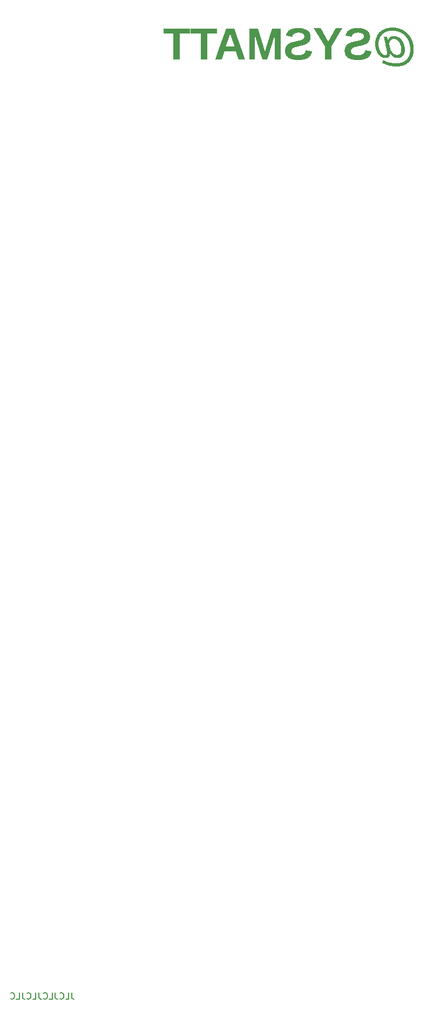
<source format=gbo>
G04 #@! TF.GenerationSoftware,KiCad,Pcbnew,7.0.10-1.fc39*
G04 #@! TF.CreationDate,2024-01-08T15:07:07-05:00*
G04 #@! TF.ProjectId,SYSMATT-WS2812-MATRIX-CARRIER-SPACER-PLATE-V2,5359534d-4154-4542-9d57-53323831322d,rev?*
G04 #@! TF.SameCoordinates,Original*
G04 #@! TF.FileFunction,Legend,Bot*
G04 #@! TF.FilePolarity,Positive*
%FSLAX46Y46*%
G04 Gerber Fmt 4.6, Leading zero omitted, Abs format (unit mm)*
G04 Created by KiCad (PCBNEW 7.0.10-1.fc39) date 2024-01-08 15:07:07*
%MOMM*%
%LPD*%
G01*
G04 APERTURE LIST*
%ADD10C,1.000000*%
%ADD11C,0.150000*%
G04 APERTURE END LIST*
D10*
G36*
X82668702Y-27168328D02*
G01*
X82727398Y-27169595D01*
X82785738Y-27171706D01*
X82843723Y-27174661D01*
X82901353Y-27178460D01*
X82958627Y-27183104D01*
X83015546Y-27188593D01*
X83072109Y-27194925D01*
X83128317Y-27202102D01*
X83184170Y-27210124D01*
X83239667Y-27218989D01*
X83294809Y-27228700D01*
X83349595Y-27239254D01*
X83404027Y-27250653D01*
X83458102Y-27262896D01*
X83511823Y-27275983D01*
X83565188Y-27289915D01*
X83618197Y-27304692D01*
X83670851Y-27320312D01*
X83723150Y-27336777D01*
X83775093Y-27354086D01*
X83826681Y-27372240D01*
X83877914Y-27391238D01*
X83928791Y-27411080D01*
X83979313Y-27431767D01*
X84029479Y-27453298D01*
X84079290Y-27475673D01*
X84128746Y-27498893D01*
X84177846Y-27522957D01*
X84226591Y-27547866D01*
X84274980Y-27573619D01*
X84323014Y-27600216D01*
X84370547Y-27627580D01*
X84417434Y-27655633D01*
X84463674Y-27684376D01*
X84509268Y-27713808D01*
X84554216Y-27743929D01*
X84598517Y-27774740D01*
X84642172Y-27806240D01*
X84685181Y-27838429D01*
X84727543Y-27871308D01*
X84769258Y-27904875D01*
X84810328Y-27939133D01*
X84850750Y-27974079D01*
X84890527Y-28009715D01*
X84929657Y-28046040D01*
X84968141Y-28083055D01*
X85005978Y-28120758D01*
X85043169Y-28159152D01*
X85079714Y-28198234D01*
X85115612Y-28238006D01*
X85150864Y-28278467D01*
X85185469Y-28319617D01*
X85219428Y-28361457D01*
X85252741Y-28403986D01*
X85285407Y-28447204D01*
X85317427Y-28491112D01*
X85348801Y-28535709D01*
X85379528Y-28580995D01*
X85409609Y-28626971D01*
X85439043Y-28673636D01*
X85467831Y-28720990D01*
X85495973Y-28769034D01*
X85523468Y-28817766D01*
X85550215Y-28866950D01*
X85576114Y-28916499D01*
X85601163Y-28966412D01*
X85625363Y-29016691D01*
X85648714Y-29067334D01*
X85671216Y-29118343D01*
X85692868Y-29169716D01*
X85713672Y-29221454D01*
X85733626Y-29273557D01*
X85752732Y-29326025D01*
X85770988Y-29378858D01*
X85788395Y-29432056D01*
X85804953Y-29485619D01*
X85820662Y-29539547D01*
X85835521Y-29593840D01*
X85849532Y-29648497D01*
X85862693Y-29703520D01*
X85875006Y-29758908D01*
X85886469Y-29814660D01*
X85897083Y-29870777D01*
X85906848Y-29927260D01*
X85915764Y-29984107D01*
X85923830Y-30041319D01*
X85931048Y-30098896D01*
X85937416Y-30156839D01*
X85942936Y-30215146D01*
X85947606Y-30273818D01*
X85951427Y-30332854D01*
X85954399Y-30392256D01*
X85956522Y-30452023D01*
X85957795Y-30512155D01*
X85958220Y-30572651D01*
X85957884Y-30622393D01*
X85956875Y-30671784D01*
X85952839Y-30769515D01*
X85946113Y-30865843D01*
X85936696Y-30960768D01*
X85924589Y-31054291D01*
X85909791Y-31146412D01*
X85892303Y-31237130D01*
X85872124Y-31326446D01*
X85849255Y-31414359D01*
X85823696Y-31500870D01*
X85795446Y-31585978D01*
X85764505Y-31669683D01*
X85730874Y-31751986D01*
X85694552Y-31832887D01*
X85655540Y-31912385D01*
X85613838Y-31990481D01*
X85569578Y-32066735D01*
X85523201Y-32140709D01*
X85474705Y-32212403D01*
X85424091Y-32281817D01*
X85371360Y-32348950D01*
X85316510Y-32413803D01*
X85259542Y-32476376D01*
X85200457Y-32536669D01*
X85139253Y-32594682D01*
X85075931Y-32650414D01*
X85010491Y-32703866D01*
X84942933Y-32755037D01*
X84873257Y-32803929D01*
X84801463Y-32850540D01*
X84727551Y-32894871D01*
X84651521Y-32936922D01*
X84612787Y-32957058D01*
X84534180Y-32995412D01*
X84454057Y-33031208D01*
X84372417Y-33064448D01*
X84289260Y-33095131D01*
X84204586Y-33123257D01*
X84118395Y-33148827D01*
X84030687Y-33171839D01*
X83941462Y-33192294D01*
X83850720Y-33210193D01*
X83758461Y-33225534D01*
X83664685Y-33238319D01*
X83569393Y-33248546D01*
X83472583Y-33256217D01*
X83423609Y-33259094D01*
X83374256Y-33261331D01*
X83324524Y-33262929D01*
X83274412Y-33263888D01*
X83223921Y-33264207D01*
X83151526Y-33263664D01*
X83079360Y-33262032D01*
X83007423Y-33259313D01*
X82935715Y-33255506D01*
X82864236Y-33250612D01*
X82792985Y-33244630D01*
X82721964Y-33237560D01*
X82651172Y-33229403D01*
X82580609Y-33220158D01*
X82510274Y-33209825D01*
X82440169Y-33198405D01*
X82370293Y-33185897D01*
X82300645Y-33172302D01*
X82231227Y-33157618D01*
X82162037Y-33141848D01*
X82093077Y-33124989D01*
X82023983Y-33106866D01*
X81954698Y-33087303D01*
X81885222Y-33066299D01*
X81815556Y-33043855D01*
X81745699Y-33019969D01*
X81675651Y-32994643D01*
X81605412Y-32967877D01*
X81534982Y-32939670D01*
X81464362Y-32910022D01*
X81393550Y-32878933D01*
X81322548Y-32846404D01*
X81251355Y-32812435D01*
X81179971Y-32777024D01*
X81108397Y-32740173D01*
X81036631Y-32701881D01*
X80964675Y-32662149D01*
X81177166Y-32248157D01*
X81240513Y-32280239D01*
X81303853Y-32311303D01*
X81367186Y-32341348D01*
X81430511Y-32370374D01*
X81493829Y-32398382D01*
X81557140Y-32425372D01*
X81620444Y-32451343D01*
X81683741Y-32476295D01*
X81747031Y-32500229D01*
X81810313Y-32523145D01*
X81873589Y-32545042D01*
X81936857Y-32565921D01*
X82000118Y-32585781D01*
X82063372Y-32604623D01*
X82126619Y-32622446D01*
X82189858Y-32639251D01*
X82253091Y-32655037D01*
X82316316Y-32669805D01*
X82379534Y-32683555D01*
X82442745Y-32696286D01*
X82505949Y-32707998D01*
X82569145Y-32718692D01*
X82632335Y-32728368D01*
X82695517Y-32737025D01*
X82758692Y-32744663D01*
X82821860Y-32751283D01*
X82885021Y-32756885D01*
X82948175Y-32761468D01*
X83011322Y-32765033D01*
X83074461Y-32767579D01*
X83137593Y-32769106D01*
X83200718Y-32769616D01*
X83283246Y-32768604D01*
X83364437Y-32765570D01*
X83444293Y-32760514D01*
X83522814Y-32753435D01*
X83599998Y-32744333D01*
X83675847Y-32733208D01*
X83750360Y-32720061D01*
X83823538Y-32704891D01*
X83895379Y-32687699D01*
X83965885Y-32668484D01*
X84035056Y-32647246D01*
X84102890Y-32623986D01*
X84169389Y-32598703D01*
X84234552Y-32571397D01*
X84298380Y-32542069D01*
X84360872Y-32510718D01*
X84421832Y-32477392D01*
X84481066Y-32442139D01*
X84538573Y-32404959D01*
X84594353Y-32365852D01*
X84648406Y-32324817D01*
X84700732Y-32281855D01*
X84751331Y-32236966D01*
X84800204Y-32190150D01*
X84847349Y-32141406D01*
X84892768Y-32090735D01*
X84936460Y-32038137D01*
X84978425Y-31983612D01*
X85018663Y-31927159D01*
X85057174Y-31868779D01*
X85093958Y-31808472D01*
X85129016Y-31746238D01*
X85161993Y-31682406D01*
X85192843Y-31617305D01*
X85221565Y-31550935D01*
X85248160Y-31483295D01*
X85272627Y-31414388D01*
X85294967Y-31344211D01*
X85315179Y-31272765D01*
X85333264Y-31200050D01*
X85349221Y-31126066D01*
X85363050Y-31050814D01*
X85374752Y-30974292D01*
X85384326Y-30896502D01*
X85391772Y-30817443D01*
X85397091Y-30737114D01*
X85400283Y-30655517D01*
X85401346Y-30572651D01*
X85400996Y-30520146D01*
X85399944Y-30467961D01*
X85398191Y-30416095D01*
X85395736Y-30364549D01*
X85392581Y-30313322D01*
X85388724Y-30262415D01*
X85384166Y-30211828D01*
X85378907Y-30161560D01*
X85372946Y-30111612D01*
X85366284Y-30061983D01*
X85358921Y-30012674D01*
X85350857Y-29963685D01*
X85342091Y-29915015D01*
X85332624Y-29866665D01*
X85322456Y-29818635D01*
X85311587Y-29770924D01*
X85287745Y-29676461D01*
X85261098Y-29583277D01*
X85231645Y-29491371D01*
X85199388Y-29400744D01*
X85164326Y-29311395D01*
X85126459Y-29223324D01*
X85085786Y-29136532D01*
X85042309Y-29051018D01*
X84996380Y-28967394D01*
X84948352Y-28886269D01*
X84898225Y-28807644D01*
X84845999Y-28731518D01*
X84791674Y-28657892D01*
X84735250Y-28586766D01*
X84676727Y-28518140D01*
X84616106Y-28452013D01*
X84553385Y-28388386D01*
X84488565Y-28327258D01*
X84421646Y-28268630D01*
X84352629Y-28212502D01*
X84281512Y-28158874D01*
X84208296Y-28107745D01*
X84132982Y-28059116D01*
X84055568Y-28012986D01*
X83976189Y-27969361D01*
X83895284Y-27928551D01*
X83812852Y-27890555D01*
X83728893Y-27855373D01*
X83643408Y-27823006D01*
X83556397Y-27793454D01*
X83467859Y-27766716D01*
X83377794Y-27742793D01*
X83286203Y-27721684D01*
X83193086Y-27703389D01*
X83098442Y-27687910D01*
X83002271Y-27675244D01*
X82953613Y-27669967D01*
X82904574Y-27665393D01*
X82855153Y-27661523D01*
X82805350Y-27658357D01*
X82755166Y-27655894D01*
X82704600Y-27654135D01*
X82653652Y-27653080D01*
X82602323Y-27652728D01*
X82520979Y-27653716D01*
X82440894Y-27656678D01*
X82362068Y-27661615D01*
X82284502Y-27668528D01*
X82208195Y-27677415D01*
X82133148Y-27688277D01*
X82059360Y-27701114D01*
X81986831Y-27715926D01*
X81915562Y-27732713D01*
X81845552Y-27751475D01*
X81776802Y-27772211D01*
X81709310Y-27794923D01*
X81643079Y-27819610D01*
X81578106Y-27846271D01*
X81514393Y-27874908D01*
X81451939Y-27905519D01*
X81391022Y-27937948D01*
X81331917Y-27972037D01*
X81274625Y-28007787D01*
X81219146Y-28045196D01*
X81165479Y-28084265D01*
X81113625Y-28124994D01*
X81063584Y-28167384D01*
X81015355Y-28211434D01*
X80968940Y-28257143D01*
X80924337Y-28304513D01*
X80881547Y-28353543D01*
X80840569Y-28404233D01*
X80801404Y-28456583D01*
X80764052Y-28510593D01*
X80728513Y-28566263D01*
X80694787Y-28623593D01*
X80662992Y-28682298D01*
X80633249Y-28742089D01*
X80605557Y-28802969D01*
X80579916Y-28864936D01*
X80556327Y-28927991D01*
X80534789Y-28992133D01*
X80515302Y-29057363D01*
X80497866Y-29123681D01*
X80482481Y-29191086D01*
X80469148Y-29259579D01*
X80457866Y-29329159D01*
X80448636Y-29399828D01*
X80441456Y-29471584D01*
X80436328Y-29544427D01*
X80433251Y-29618358D01*
X80432226Y-29693377D01*
X80432798Y-29753660D01*
X80434515Y-29813304D01*
X80437378Y-29872309D01*
X80441385Y-29930674D01*
X80446537Y-29988400D01*
X80452834Y-30045487D01*
X80460275Y-30101935D01*
X80468862Y-30157744D01*
X80478594Y-30212913D01*
X80489470Y-30267443D01*
X80501491Y-30321334D01*
X80514658Y-30374586D01*
X80528969Y-30427198D01*
X80544425Y-30479171D01*
X80561026Y-30530505D01*
X80578771Y-30581200D01*
X80587958Y-30606229D01*
X80606953Y-30655335D01*
X80626779Y-30703172D01*
X80647435Y-30749740D01*
X80668921Y-30795040D01*
X80691236Y-30839070D01*
X80726266Y-30902737D01*
X80763164Y-30963548D01*
X80801929Y-31021505D01*
X80842562Y-31076606D01*
X80885062Y-31128852D01*
X80929430Y-31178244D01*
X80975666Y-31224780D01*
X81007055Y-31253912D01*
X81054496Y-31294087D01*
X81102367Y-31330033D01*
X81150667Y-31361750D01*
X81199396Y-31389238D01*
X81248555Y-31412497D01*
X81298143Y-31431527D01*
X81348160Y-31446329D01*
X81398607Y-31456901D01*
X81449483Y-31463244D01*
X81500788Y-31465359D01*
X81552308Y-31460856D01*
X81600622Y-31447346D01*
X81645731Y-31424830D01*
X81687634Y-31393307D01*
X81722896Y-31350488D01*
X81745486Y-31302879D01*
X81758710Y-31254536D01*
X81766266Y-31199238D01*
X81768234Y-31147843D01*
X81767738Y-31117132D01*
X81765133Y-31065805D01*
X81760296Y-31008167D01*
X81753226Y-30944218D01*
X81743924Y-30873957D01*
X81736482Y-30823611D01*
X81728048Y-30770459D01*
X81718622Y-30714503D01*
X81708204Y-30655742D01*
X81696793Y-30594175D01*
X81684390Y-30529804D01*
X81670995Y-30462628D01*
X81656607Y-30392646D01*
X81641228Y-30319860D01*
X81499241Y-29703147D01*
X82132156Y-29703147D01*
X82132961Y-29743329D01*
X82136539Y-29800812D01*
X82142979Y-29862760D01*
X82149687Y-29912151D01*
X82158005Y-29964054D01*
X82167934Y-30018468D01*
X82179472Y-30075394D01*
X82192620Y-30134832D01*
X82207379Y-30196781D01*
X82223747Y-30261242D01*
X82235348Y-30304757D01*
X82253896Y-30368921D01*
X82273817Y-30431754D01*
X82295112Y-30493256D01*
X82317780Y-30553427D01*
X82341823Y-30612267D01*
X82367240Y-30669776D01*
X82394030Y-30725954D01*
X82422194Y-30780802D01*
X82451732Y-30834318D01*
X82482644Y-30886503D01*
X82503892Y-30920196D01*
X82536442Y-30968858D01*
X82569808Y-31015265D01*
X82603991Y-31059418D01*
X82638988Y-31101318D01*
X82674802Y-31140963D01*
X82711431Y-31178354D01*
X82748876Y-31213492D01*
X82787137Y-31246375D01*
X82826213Y-31277004D01*
X82866106Y-31305380D01*
X82919744Y-31339440D01*
X82973801Y-31368959D01*
X83028279Y-31393937D01*
X83083176Y-31414373D01*
X83138494Y-31430268D01*
X83194231Y-31441622D01*
X83250387Y-31448434D01*
X83306964Y-31450704D01*
X83349172Y-31449817D01*
X83409908Y-31445159D01*
X83467554Y-31436508D01*
X83522108Y-31423864D01*
X83573570Y-31407227D01*
X83621942Y-31386598D01*
X83667222Y-31361975D01*
X83709411Y-31333360D01*
X83748509Y-31300753D01*
X83784516Y-31264152D01*
X83817431Y-31223558D01*
X83837543Y-31194364D01*
X83865278Y-31148139D01*
X83890094Y-31098995D01*
X83911990Y-31046931D01*
X83930966Y-30991948D01*
X83947023Y-30934045D01*
X83960161Y-30873223D01*
X83970379Y-30809481D01*
X83977678Y-30742820D01*
X83982057Y-30673239D01*
X83983517Y-30600739D01*
X83982963Y-30548623D01*
X83981303Y-30496688D01*
X83978536Y-30444934D01*
X83974663Y-30393362D01*
X83969683Y-30341971D01*
X83963596Y-30290761D01*
X83956402Y-30239732D01*
X83948101Y-30188885D01*
X83938694Y-30138219D01*
X83928180Y-30087734D01*
X83916560Y-30037430D01*
X83903832Y-29987308D01*
X83889998Y-29937367D01*
X83875058Y-29887607D01*
X83859010Y-29838029D01*
X83841856Y-29788632D01*
X83823552Y-29739874D01*
X83804361Y-29692518D01*
X83784282Y-29646565D01*
X83763316Y-29602015D01*
X83730204Y-29537819D01*
X83695095Y-29476778D01*
X83657990Y-29418894D01*
X83618889Y-29364164D01*
X83577791Y-29312591D01*
X83534697Y-29264173D01*
X83489606Y-29218910D01*
X83442519Y-29176803D01*
X83410204Y-29150628D01*
X83360767Y-29114532D01*
X83310170Y-29082236D01*
X83258413Y-29053739D01*
X83205498Y-29029041D01*
X83151424Y-29008143D01*
X83096190Y-28991045D01*
X83039797Y-28977747D01*
X82982245Y-28968248D01*
X82923534Y-28962548D01*
X82863663Y-28960648D01*
X82823826Y-28961459D01*
X82765805Y-28965717D01*
X82709866Y-28973624D01*
X82656010Y-28985180D01*
X82604236Y-29000386D01*
X82554544Y-29019241D01*
X82506935Y-29041745D01*
X82461408Y-29067898D01*
X82417963Y-29097701D01*
X82376600Y-29131153D01*
X82337320Y-29168255D01*
X82312476Y-29194530D01*
X82278215Y-29235732D01*
X82247561Y-29279080D01*
X82220513Y-29324575D01*
X82197071Y-29372217D01*
X82177236Y-29422005D01*
X82161007Y-29473940D01*
X82148385Y-29528022D01*
X82139369Y-29584250D01*
X82133959Y-29642625D01*
X82132156Y-29703147D01*
X81499241Y-29703147D01*
X81239448Y-28574745D01*
X81775561Y-28574745D01*
X81908674Y-29093761D01*
X81929434Y-29093761D01*
X81960742Y-29021447D01*
X81995437Y-28953798D01*
X82033519Y-28890815D01*
X82074988Y-28832497D01*
X82119843Y-28778845D01*
X82168086Y-28729858D01*
X82219716Y-28685537D01*
X82274733Y-28645881D01*
X82333136Y-28610890D01*
X82394927Y-28580565D01*
X82460104Y-28554905D01*
X82528669Y-28533910D01*
X82600620Y-28517581D01*
X82675959Y-28505918D01*
X82754684Y-28498920D01*
X82836796Y-28496587D01*
X82897337Y-28497684D01*
X82957143Y-28500976D01*
X83016215Y-28506462D01*
X83074552Y-28514142D01*
X83132154Y-28524017D01*
X83189021Y-28536086D01*
X83245154Y-28550349D01*
X83300553Y-28566807D01*
X83355216Y-28585459D01*
X83409145Y-28606306D01*
X83462340Y-28629346D01*
X83514799Y-28654582D01*
X83566524Y-28682011D01*
X83617515Y-28711635D01*
X83667771Y-28743454D01*
X83717292Y-28777466D01*
X83765778Y-28813406D01*
X83812928Y-28851006D01*
X83858743Y-28890266D01*
X83903222Y-28931187D01*
X83946365Y-28973767D01*
X83988172Y-29018007D01*
X84028644Y-29063908D01*
X84067780Y-29111468D01*
X84105581Y-29160689D01*
X84142045Y-29211570D01*
X84177174Y-29264111D01*
X84210968Y-29318312D01*
X84243425Y-29374173D01*
X84274547Y-29431694D01*
X84304333Y-29490875D01*
X84332784Y-29551716D01*
X84359550Y-29613659D01*
X84384590Y-29676146D01*
X84407903Y-29739177D01*
X84429489Y-29802752D01*
X84449348Y-29866871D01*
X84467480Y-29931533D01*
X84483885Y-29996739D01*
X84498564Y-30062489D01*
X84511515Y-30128783D01*
X84522740Y-30195620D01*
X84532238Y-30263002D01*
X84540009Y-30330927D01*
X84546053Y-30399396D01*
X84550370Y-30468409D01*
X84552960Y-30537966D01*
X84553824Y-30608066D01*
X84552664Y-30685447D01*
X84549187Y-30760661D01*
X84543391Y-30833710D01*
X84535276Y-30904593D01*
X84524844Y-30973310D01*
X84512092Y-31039861D01*
X84497023Y-31104247D01*
X84479635Y-31166467D01*
X84459928Y-31226521D01*
X84437904Y-31284409D01*
X84413561Y-31340132D01*
X84386899Y-31393689D01*
X84357919Y-31445080D01*
X84326621Y-31494305D01*
X84293004Y-31541365D01*
X84257069Y-31586259D01*
X84218882Y-31628553D01*
X84178815Y-31668119D01*
X84136870Y-31704955D01*
X84093044Y-31739064D01*
X84047339Y-31770443D01*
X83999755Y-31799094D01*
X83950291Y-31825016D01*
X83898948Y-31848210D01*
X83845725Y-31868674D01*
X83790622Y-31886411D01*
X83733640Y-31901418D01*
X83674778Y-31913697D01*
X83614037Y-31923247D01*
X83551417Y-31930069D01*
X83486917Y-31934162D01*
X83420537Y-31935526D01*
X83376330Y-31934630D01*
X83310252Y-31929921D01*
X83244453Y-31921177D01*
X83178933Y-31908397D01*
X83113692Y-31891582D01*
X83048731Y-31870730D01*
X82984048Y-31845843D01*
X82919645Y-31816921D01*
X82855520Y-31783962D01*
X82812926Y-31759748D01*
X82770455Y-31733740D01*
X82728108Y-31705938D01*
X82686473Y-31676581D01*
X82646134Y-31646213D01*
X82607094Y-31614834D01*
X82569351Y-31582443D01*
X82532905Y-31549041D01*
X82497757Y-31514627D01*
X82463906Y-31479202D01*
X82431353Y-31442766D01*
X82384957Y-31386216D01*
X82341480Y-31327390D01*
X82314117Y-31286909D01*
X82288051Y-31245416D01*
X82263284Y-31202912D01*
X82239813Y-31159397D01*
X82217641Y-31114870D01*
X82196880Y-31114870D01*
X82200590Y-31134319D01*
X82208700Y-31188282D01*
X82213667Y-31238003D01*
X82216647Y-31290062D01*
X82217641Y-31344459D01*
X82217475Y-31361742D01*
X82214988Y-31412160D01*
X82207032Y-31476045D01*
X82193770Y-31536113D01*
X82175204Y-31592365D01*
X82151333Y-31644801D01*
X82122157Y-31693421D01*
X82087677Y-31738224D01*
X82047892Y-31779211D01*
X82037140Y-31788828D01*
X81991268Y-31824243D01*
X81940816Y-31854774D01*
X81885785Y-31880419D01*
X81826175Y-31901180D01*
X81778462Y-31913545D01*
X81728172Y-31923162D01*
X81675307Y-31930031D01*
X81619866Y-31934153D01*
X81561849Y-31935526D01*
X81506222Y-31934386D01*
X81451081Y-31930966D01*
X81396427Y-31925265D01*
X81342259Y-31917284D01*
X81288578Y-31907023D01*
X81235384Y-31894482D01*
X81182676Y-31879661D01*
X81130455Y-31862559D01*
X81078720Y-31843177D01*
X81027472Y-31821515D01*
X80976711Y-31797572D01*
X80926436Y-31771349D01*
X80876647Y-31742846D01*
X80827346Y-31712063D01*
X80778530Y-31679000D01*
X80730202Y-31643656D01*
X80682770Y-31606290D01*
X80636645Y-31567159D01*
X80591828Y-31526262D01*
X80548317Y-31483601D01*
X80506114Y-31439174D01*
X80465217Y-31392983D01*
X80425628Y-31345026D01*
X80387346Y-31295305D01*
X80350371Y-31243818D01*
X80314703Y-31190567D01*
X80280342Y-31135550D01*
X80247288Y-31078768D01*
X80215541Y-31020222D01*
X80185101Y-30959910D01*
X80155969Y-30897833D01*
X80128143Y-30833991D01*
X80101672Y-30768685D01*
X80076910Y-30702520D01*
X80053854Y-30635496D01*
X80032507Y-30567614D01*
X80012867Y-30498873D01*
X79994935Y-30429273D01*
X79978711Y-30358815D01*
X79964195Y-30287498D01*
X79951387Y-30215322D01*
X79940286Y-30142288D01*
X79930893Y-30068395D01*
X79923208Y-29993643D01*
X79917231Y-29918033D01*
X79912961Y-29841564D01*
X79910400Y-29764236D01*
X79909546Y-29686050D01*
X79910801Y-29592727D01*
X79914564Y-29500826D01*
X79920837Y-29410346D01*
X79929620Y-29321288D01*
X79940911Y-29233652D01*
X79954712Y-29147437D01*
X79971022Y-29062644D01*
X79989841Y-28979272D01*
X80011169Y-28897322D01*
X80035007Y-28816793D01*
X80061353Y-28737686D01*
X80090209Y-28660001D01*
X80121574Y-28583737D01*
X80155449Y-28508895D01*
X80191832Y-28435474D01*
X80230725Y-28363475D01*
X80272008Y-28293193D01*
X80315561Y-28224924D01*
X80361386Y-28158669D01*
X80409480Y-28094426D01*
X80459846Y-28032197D01*
X80512482Y-27971980D01*
X80567389Y-27913777D01*
X80624567Y-27857587D01*
X80684015Y-27803410D01*
X80745734Y-27751246D01*
X80809724Y-27701095D01*
X80875984Y-27652957D01*
X80944515Y-27606832D01*
X81015317Y-27562721D01*
X81088390Y-27520622D01*
X81163733Y-27480537D01*
X81240937Y-27442679D01*
X81319896Y-27407264D01*
X81400610Y-27374291D01*
X81483080Y-27343761D01*
X81567306Y-27315673D01*
X81653287Y-27290027D01*
X81741024Y-27266824D01*
X81830516Y-27246064D01*
X81921764Y-27227745D01*
X82014767Y-27211870D01*
X82109525Y-27198436D01*
X82206039Y-27187445D01*
X82254955Y-27182866D01*
X82304309Y-27178897D01*
X82354102Y-27175539D01*
X82404334Y-27172791D01*
X82455005Y-27170654D01*
X82506115Y-27169127D01*
X82557663Y-27168211D01*
X82609651Y-27167906D01*
X82668702Y-27168328D01*
G37*
G36*
X75118722Y-30779036D02*
G01*
X75120783Y-30866878D01*
X75126966Y-30952105D01*
X75137270Y-31034719D01*
X75151695Y-31114718D01*
X75170242Y-31192103D01*
X75192911Y-31266873D01*
X75219702Y-31339030D01*
X75250614Y-31408572D01*
X75285647Y-31475501D01*
X75324802Y-31539815D01*
X75368079Y-31601515D01*
X75415478Y-31660601D01*
X75466997Y-31717072D01*
X75522639Y-31770930D01*
X75582402Y-31822173D01*
X75646287Y-31870802D01*
X75714012Y-31916497D01*
X75785601Y-31959245D01*
X75861054Y-31999044D01*
X75940371Y-32035895D01*
X76023552Y-32069798D01*
X76110596Y-32100753D01*
X76201505Y-32128760D01*
X76296278Y-32153818D01*
X76345114Y-32165242D01*
X76394915Y-32175929D01*
X76445683Y-32185879D01*
X76497416Y-32195092D01*
X76550116Y-32203567D01*
X76603781Y-32211306D01*
X76658412Y-32218308D01*
X76714010Y-32224573D01*
X76770573Y-32230100D01*
X76828103Y-32234891D01*
X76886598Y-32238944D01*
X76946060Y-32242261D01*
X77006487Y-32244841D01*
X77067881Y-32246683D01*
X77130240Y-32247789D01*
X77193565Y-32248157D01*
X77251333Y-32247836D01*
X77308317Y-32246874D01*
X77364515Y-32245270D01*
X77419929Y-32243024D01*
X77474558Y-32240137D01*
X77528402Y-32236608D01*
X77581462Y-32232438D01*
X77633737Y-32227626D01*
X77685227Y-32222172D01*
X77735932Y-32216076D01*
X77785853Y-32209340D01*
X77834989Y-32201961D01*
X77883340Y-32193941D01*
X77977689Y-32175976D01*
X78068898Y-32155444D01*
X78156969Y-32132346D01*
X78241900Y-32106681D01*
X78323693Y-32078450D01*
X78402347Y-32047653D01*
X78477862Y-32014289D01*
X78550238Y-31978358D01*
X78619475Y-31939861D01*
X78652916Y-31919651D01*
X78717541Y-31877266D01*
X78779217Y-31832238D01*
X78837945Y-31784568D01*
X78893725Y-31734255D01*
X78946556Y-31681299D01*
X78996440Y-31625700D01*
X79043376Y-31567459D01*
X79087363Y-31506575D01*
X79128403Y-31443048D01*
X79166494Y-31376878D01*
X79201638Y-31308066D01*
X79233833Y-31236610D01*
X79263080Y-31162512D01*
X79289379Y-31085771D01*
X79312730Y-31006387D01*
X79333133Y-30924361D01*
X78353719Y-30763161D01*
X78333290Y-30832766D01*
X78309555Y-30898701D01*
X78282514Y-30960965D01*
X78252167Y-31019558D01*
X78218515Y-31074481D01*
X78181556Y-31125733D01*
X78141292Y-31173313D01*
X78097722Y-31217223D01*
X78050846Y-31257463D01*
X78000664Y-31294031D01*
X77965373Y-31316371D01*
X77909370Y-31347143D01*
X77849439Y-31374889D01*
X77785579Y-31399608D01*
X77717791Y-31421300D01*
X77670416Y-31434080D01*
X77621296Y-31445514D01*
X77570429Y-31455603D01*
X77517817Y-31464348D01*
X77463459Y-31471746D01*
X77407354Y-31477800D01*
X77349504Y-31482508D01*
X77289908Y-31485871D01*
X77228566Y-31487889D01*
X77165478Y-31488562D01*
X77100187Y-31487926D01*
X77036969Y-31486019D01*
X76975823Y-31482841D01*
X76916751Y-31478392D01*
X76859751Y-31472671D01*
X76804823Y-31465679D01*
X76751969Y-31457415D01*
X76701187Y-31447880D01*
X76652478Y-31437074D01*
X76561278Y-31411648D01*
X76478369Y-31381137D01*
X76403751Y-31345540D01*
X76337424Y-31304859D01*
X76279388Y-31259092D01*
X76229642Y-31208240D01*
X76188188Y-31152302D01*
X76155024Y-31091280D01*
X76130151Y-31025172D01*
X76113570Y-30953979D01*
X76105279Y-30877701D01*
X76104242Y-30837655D01*
X76106150Y-30786898D01*
X76113902Y-30726672D01*
X76127617Y-30670024D01*
X76147295Y-30616954D01*
X76172936Y-30567461D01*
X76204539Y-30521546D01*
X76226364Y-30495715D01*
X76266942Y-30454839D01*
X76312350Y-30416169D01*
X76352154Y-30386822D01*
X76395049Y-30358886D01*
X76441035Y-30332363D01*
X76490113Y-30307252D01*
X76542281Y-30283553D01*
X76569525Y-30272233D01*
X76631158Y-30249068D01*
X76685748Y-30230943D01*
X76747507Y-30212174D01*
X76816437Y-30192761D01*
X76866373Y-30179461D01*
X76919496Y-30165875D01*
X76975805Y-30152003D01*
X77035301Y-30137844D01*
X77097984Y-30123399D01*
X77163853Y-30108669D01*
X77232909Y-30093651D01*
X77305152Y-30078348D01*
X77380581Y-30062759D01*
X77419490Y-30054856D01*
X77485984Y-30039028D01*
X77549912Y-30023601D01*
X77611273Y-30008574D01*
X77670068Y-29993948D01*
X77726296Y-29979723D01*
X77779958Y-29965899D01*
X77831054Y-29952475D01*
X77879583Y-29939452D01*
X77947564Y-29920668D01*
X78009771Y-29902787D01*
X78066203Y-29885807D01*
X78116861Y-29869728D01*
X78175422Y-29849692D01*
X78227915Y-29829733D01*
X78279149Y-29808934D01*
X78329123Y-29787296D01*
X78377838Y-29764818D01*
X78425294Y-29741501D01*
X78471490Y-29717343D01*
X78516427Y-29692347D01*
X78560104Y-29666510D01*
X78602064Y-29639586D01*
X78642460Y-29611327D01*
X78690754Y-29574124D01*
X78736603Y-29534834D01*
X78780007Y-29493457D01*
X78820967Y-29449993D01*
X78851974Y-29413719D01*
X78888092Y-29365908D01*
X78921646Y-29315592D01*
X78946642Y-29273537D01*
X78969998Y-29229879D01*
X78991713Y-29184617D01*
X79011786Y-29137753D01*
X79030219Y-29089286D01*
X79038820Y-29064452D01*
X79054562Y-29013466D01*
X79068206Y-28960648D01*
X79079750Y-28905999D01*
X79089195Y-28849518D01*
X79096542Y-28791205D01*
X79101789Y-28731060D01*
X79104937Y-28669084D01*
X79105987Y-28605275D01*
X79104064Y-28524198D01*
X79098297Y-28445525D01*
X79088685Y-28369256D01*
X79075228Y-28295392D01*
X79057925Y-28223932D01*
X79036778Y-28154876D01*
X79011786Y-28088224D01*
X78982950Y-28023977D01*
X78950268Y-27962134D01*
X78913741Y-27902695D01*
X78873369Y-27845661D01*
X78829153Y-27791031D01*
X78781091Y-27738805D01*
X78729185Y-27688983D01*
X78673434Y-27641565D01*
X78613838Y-27596552D01*
X78550416Y-27554110D01*
X78483492Y-27514406D01*
X78413067Y-27477441D01*
X78339141Y-27443213D01*
X78261713Y-27411724D01*
X78180784Y-27382973D01*
X78096353Y-27356960D01*
X78008421Y-27333686D01*
X77916987Y-27313149D01*
X77822052Y-27295351D01*
X77773271Y-27287479D01*
X77723615Y-27280291D01*
X77673084Y-27273788D01*
X77621677Y-27267969D01*
X77569395Y-27262835D01*
X77516238Y-27258386D01*
X77462205Y-27254621D01*
X77407297Y-27251540D01*
X77351514Y-27249144D01*
X77294855Y-27247433D01*
X77237320Y-27246406D01*
X77178911Y-27246064D01*
X77123172Y-27246336D01*
X77068305Y-27247151D01*
X77014312Y-27248511D01*
X76961191Y-27250414D01*
X76908944Y-27252861D01*
X76857569Y-27255852D01*
X76807068Y-27259387D01*
X76757439Y-27263466D01*
X76708684Y-27268088D01*
X76613792Y-27278965D01*
X76522391Y-27292017D01*
X76434483Y-27307244D01*
X76350067Y-27324646D01*
X76269142Y-27344224D01*
X76191709Y-27365976D01*
X76117769Y-27389905D01*
X76047320Y-27416008D01*
X75980363Y-27444287D01*
X75916898Y-27474741D01*
X75856925Y-27507370D01*
X75828248Y-27524501D01*
X75773021Y-27560574D01*
X75720304Y-27599491D01*
X75670096Y-27641251D01*
X75622397Y-27685853D01*
X75577207Y-27733300D01*
X75534527Y-27783589D01*
X75494356Y-27836721D01*
X75456693Y-27892697D01*
X75421541Y-27951515D01*
X75388897Y-28013177D01*
X75358763Y-28077682D01*
X75331137Y-28145030D01*
X75306021Y-28215221D01*
X75283415Y-28288256D01*
X75263317Y-28364133D01*
X75245729Y-28442854D01*
X76228806Y-28574745D01*
X76244377Y-28519060D01*
X76262695Y-28466038D01*
X76283761Y-28415677D01*
X76307575Y-28367978D01*
X76334136Y-28322941D01*
X76363445Y-28280566D01*
X76395502Y-28240852D01*
X76430307Y-28203801D01*
X76467859Y-28169411D01*
X76508159Y-28137684D01*
X76536552Y-28118011D01*
X76581611Y-28090512D01*
X76630233Y-28065718D01*
X76682418Y-28043629D01*
X76738167Y-28024244D01*
X76797479Y-28007565D01*
X76860355Y-27993590D01*
X76926795Y-27982320D01*
X76996797Y-27973755D01*
X77070364Y-27967894D01*
X77121387Y-27965490D01*
X77173995Y-27964288D01*
X77200893Y-27964138D01*
X77257468Y-27964707D01*
X77312247Y-27966413D01*
X77365231Y-27969257D01*
X77416418Y-27973240D01*
X77465809Y-27978359D01*
X77559203Y-27992012D01*
X77645414Y-28010216D01*
X77724439Y-28032971D01*
X77796281Y-28060276D01*
X77860939Y-28092133D01*
X77918412Y-28128540D01*
X77968701Y-28169498D01*
X78011806Y-28215008D01*
X78047727Y-28265068D01*
X78076464Y-28319679D01*
X78098017Y-28378841D01*
X78112385Y-28442554D01*
X78119569Y-28510818D01*
X78120467Y-28546657D01*
X78118082Y-28604140D01*
X78110926Y-28658283D01*
X78099000Y-28709088D01*
X78082304Y-28756553D01*
X78060837Y-28800679D01*
X78028781Y-28849222D01*
X78022770Y-28856845D01*
X77989944Y-28893762D01*
X77952526Y-28928949D01*
X77910517Y-28962408D01*
X77863917Y-28994136D01*
X77812725Y-29024136D01*
X77768465Y-29046891D01*
X77733342Y-29063230D01*
X77678941Y-29084964D01*
X77630051Y-29102141D01*
X77574227Y-29120069D01*
X77511469Y-29138749D01*
X77441777Y-29158180D01*
X77391464Y-29171551D01*
X77338069Y-29185257D01*
X77281593Y-29199296D01*
X77222035Y-29213669D01*
X77159395Y-29228376D01*
X77093674Y-29243417D01*
X77024871Y-29258792D01*
X76952986Y-29274501D01*
X76867372Y-29293033D01*
X76784859Y-29311385D01*
X76705447Y-29329555D01*
X76629135Y-29347544D01*
X76555925Y-29365352D01*
X76485815Y-29382979D01*
X76418805Y-29400424D01*
X76354897Y-29417688D01*
X76294089Y-29434771D01*
X76236382Y-29451672D01*
X76181775Y-29468392D01*
X76130269Y-29484931D01*
X76081865Y-29501289D01*
X76015071Y-29525485D01*
X75955254Y-29549274D01*
X75900031Y-29573223D01*
X75847019Y-29597903D01*
X75796218Y-29623312D01*
X75747629Y-29649451D01*
X75701250Y-29676321D01*
X75657082Y-29703920D01*
X75615126Y-29732248D01*
X75575380Y-29761307D01*
X75525826Y-29801187D01*
X75480202Y-29842365D01*
X75437536Y-29885222D01*
X75397465Y-29930140D01*
X75359989Y-29977119D01*
X75325108Y-30026158D01*
X75292822Y-30077258D01*
X75263131Y-30130419D01*
X75236035Y-30185641D01*
X75211535Y-30242923D01*
X75189782Y-30302057D01*
X75170929Y-30363442D01*
X75158693Y-30410958D01*
X75148089Y-30459741D01*
X75139116Y-30509791D01*
X75131774Y-30561107D01*
X75126064Y-30613690D01*
X75121985Y-30667539D01*
X75119538Y-30722654D01*
X75118722Y-30779036D01*
G37*
G36*
X72016838Y-30137899D02*
G01*
X72016838Y-32170000D01*
X73026782Y-32170000D01*
X73026782Y-30137899D01*
X74751137Y-27246064D01*
X73688681Y-27246064D01*
X72528527Y-29356322D01*
X71353719Y-27246064D01*
X70292484Y-27246064D01*
X72016838Y-30137899D01*
G37*
G36*
X65788646Y-30779036D02*
G01*
X65790706Y-30866878D01*
X65796889Y-30952105D01*
X65807193Y-31034719D01*
X65821618Y-31114718D01*
X65840166Y-31192103D01*
X65862834Y-31266873D01*
X65889625Y-31339030D01*
X65920537Y-31408572D01*
X65955570Y-31475501D01*
X65994726Y-31539815D01*
X66038002Y-31601515D01*
X66085401Y-31660601D01*
X66136921Y-31717072D01*
X66192562Y-31770930D01*
X66252325Y-31822173D01*
X66316210Y-31870802D01*
X66383935Y-31916497D01*
X66455524Y-31959245D01*
X66530977Y-31999044D01*
X66610294Y-32035895D01*
X66693475Y-32069798D01*
X66780520Y-32100753D01*
X66871429Y-32128760D01*
X66966202Y-32153818D01*
X67015037Y-32165242D01*
X67064838Y-32175929D01*
X67115606Y-32185879D01*
X67167339Y-32195092D01*
X67220039Y-32203567D01*
X67273704Y-32211306D01*
X67328336Y-32218308D01*
X67383933Y-32224573D01*
X67440497Y-32230100D01*
X67498026Y-32234891D01*
X67556521Y-32238944D01*
X67615983Y-32242261D01*
X67676410Y-32244841D01*
X67737804Y-32246683D01*
X67800163Y-32247789D01*
X67863489Y-32248157D01*
X67921257Y-32247836D01*
X67978240Y-32246874D01*
X68034438Y-32245270D01*
X68089852Y-32243024D01*
X68144481Y-32240137D01*
X68198326Y-32236608D01*
X68251385Y-32232438D01*
X68303660Y-32227626D01*
X68355150Y-32222172D01*
X68405856Y-32216076D01*
X68455776Y-32209340D01*
X68504912Y-32201961D01*
X68553264Y-32193941D01*
X68647612Y-32175976D01*
X68738821Y-32155444D01*
X68826892Y-32132346D01*
X68911824Y-32106681D01*
X68993616Y-32078450D01*
X69072270Y-32047653D01*
X69147785Y-32014289D01*
X69220161Y-31978358D01*
X69289398Y-31939861D01*
X69322840Y-31919651D01*
X69387464Y-31877266D01*
X69449140Y-31832238D01*
X69507868Y-31784568D01*
X69563648Y-31734255D01*
X69616480Y-31681299D01*
X69666363Y-31625700D01*
X69713299Y-31567459D01*
X69757287Y-31506575D01*
X69798326Y-31443048D01*
X69836418Y-31376878D01*
X69871561Y-31308066D01*
X69903756Y-31236610D01*
X69933003Y-31162512D01*
X69959302Y-31085771D01*
X69982653Y-31006387D01*
X70003056Y-30924361D01*
X69023642Y-30763161D01*
X69003213Y-30832766D01*
X68979478Y-30898701D01*
X68952437Y-30960965D01*
X68922091Y-31019558D01*
X68888438Y-31074481D01*
X68851480Y-31125733D01*
X68811215Y-31173313D01*
X68767645Y-31217223D01*
X68720769Y-31257463D01*
X68670587Y-31294031D01*
X68635296Y-31316371D01*
X68579293Y-31347143D01*
X68519362Y-31374889D01*
X68455502Y-31399608D01*
X68387714Y-31421300D01*
X68340339Y-31434080D01*
X68291219Y-31445514D01*
X68240353Y-31455603D01*
X68187740Y-31464348D01*
X68133382Y-31471746D01*
X68077278Y-31477800D01*
X68019427Y-31482508D01*
X67959831Y-31485871D01*
X67898489Y-31487889D01*
X67835401Y-31488562D01*
X67770110Y-31487926D01*
X67706892Y-31486019D01*
X67645746Y-31482841D01*
X67586674Y-31478392D01*
X67529674Y-31472671D01*
X67474747Y-31465679D01*
X67421892Y-31457415D01*
X67371110Y-31447880D01*
X67322401Y-31437074D01*
X67231201Y-31411648D01*
X67148292Y-31381137D01*
X67073674Y-31345540D01*
X67007347Y-31304859D01*
X66949311Y-31259092D01*
X66899565Y-31208240D01*
X66858111Y-31152302D01*
X66824947Y-31091280D01*
X66800075Y-31025172D01*
X66783493Y-30953979D01*
X66775202Y-30877701D01*
X66774166Y-30837655D01*
X66776074Y-30786898D01*
X66783826Y-30726672D01*
X66797540Y-30670024D01*
X66817218Y-30616954D01*
X66842859Y-30567461D01*
X66874463Y-30521546D01*
X66896287Y-30495715D01*
X66936865Y-30454839D01*
X66982273Y-30416169D01*
X67022077Y-30386822D01*
X67064972Y-30358886D01*
X67110958Y-30332363D01*
X67160036Y-30307252D01*
X67212205Y-30283553D01*
X67239448Y-30272233D01*
X67301081Y-30249068D01*
X67355671Y-30230943D01*
X67417431Y-30212174D01*
X67486360Y-30192761D01*
X67536296Y-30179461D01*
X67589419Y-30165875D01*
X67645729Y-30152003D01*
X67705225Y-30137844D01*
X67767907Y-30123399D01*
X67833776Y-30108669D01*
X67902832Y-30093651D01*
X67975075Y-30078348D01*
X68050504Y-30062759D01*
X68089413Y-30054856D01*
X68155907Y-30039028D01*
X68219835Y-30023601D01*
X68281196Y-30008574D01*
X68339991Y-29993948D01*
X68396220Y-29979723D01*
X68449881Y-29965899D01*
X68500977Y-29952475D01*
X68549506Y-29939452D01*
X68617487Y-29920668D01*
X68679694Y-29902787D01*
X68736126Y-29885807D01*
X68786784Y-29869728D01*
X68845345Y-29849692D01*
X68897838Y-29829733D01*
X68949072Y-29808934D01*
X68999046Y-29787296D01*
X69047761Y-29764818D01*
X69095217Y-29741501D01*
X69141413Y-29717343D01*
X69186350Y-29692347D01*
X69230027Y-29666510D01*
X69271988Y-29639586D01*
X69312383Y-29611327D01*
X69360677Y-29574124D01*
X69406526Y-29534834D01*
X69449931Y-29493457D01*
X69490890Y-29449993D01*
X69521898Y-29413719D01*
X69558015Y-29365908D01*
X69591569Y-29315592D01*
X69616566Y-29273537D01*
X69639921Y-29229879D01*
X69661636Y-29184617D01*
X69681710Y-29137753D01*
X69700142Y-29089286D01*
X69708743Y-29064452D01*
X69724486Y-29013466D01*
X69738129Y-28960648D01*
X69749673Y-28905999D01*
X69759118Y-28849518D01*
X69766465Y-28791205D01*
X69771712Y-28731060D01*
X69774861Y-28669084D01*
X69775910Y-28605275D01*
X69773988Y-28524198D01*
X69768220Y-28445525D01*
X69758608Y-28369256D01*
X69745151Y-28295392D01*
X69727849Y-28223932D01*
X69706702Y-28154876D01*
X69681710Y-28088224D01*
X69652873Y-28023977D01*
X69620191Y-27962134D01*
X69583664Y-27902695D01*
X69543293Y-27845661D01*
X69499076Y-27791031D01*
X69451015Y-27738805D01*
X69399108Y-27688983D01*
X69343357Y-27641565D01*
X69283761Y-27596552D01*
X69220339Y-27554110D01*
X69153415Y-27514406D01*
X69082990Y-27477441D01*
X69009064Y-27443213D01*
X68931636Y-27411724D01*
X68850707Y-27382973D01*
X68766276Y-27356960D01*
X68678344Y-27333686D01*
X68586910Y-27313149D01*
X68491975Y-27295351D01*
X68443195Y-27287479D01*
X68393539Y-27280291D01*
X68343007Y-27273788D01*
X68291601Y-27267969D01*
X68239319Y-27262835D01*
X68186161Y-27258386D01*
X68132128Y-27254621D01*
X68077220Y-27251540D01*
X68021437Y-27249144D01*
X67964778Y-27247433D01*
X67907244Y-27246406D01*
X67848834Y-27246064D01*
X67793095Y-27246336D01*
X67738228Y-27247151D01*
X67684235Y-27248511D01*
X67631115Y-27250414D01*
X67578867Y-27252861D01*
X67527493Y-27255852D01*
X67476991Y-27259387D01*
X67427363Y-27263466D01*
X67378607Y-27268088D01*
X67283715Y-27278965D01*
X67192315Y-27292017D01*
X67104406Y-27307244D01*
X67019990Y-27324646D01*
X66939065Y-27344224D01*
X66861633Y-27365976D01*
X66787692Y-27389905D01*
X66717243Y-27416008D01*
X66650286Y-27444287D01*
X66586821Y-27474741D01*
X66526848Y-27507370D01*
X66498171Y-27524501D01*
X66442945Y-27560574D01*
X66390227Y-27599491D01*
X66340019Y-27641251D01*
X66292320Y-27685853D01*
X66247131Y-27733300D01*
X66204450Y-27783589D01*
X66164279Y-27836721D01*
X66126617Y-27892697D01*
X66091464Y-27951515D01*
X66058820Y-28013177D01*
X66028686Y-28077682D01*
X66001061Y-28145030D01*
X65975945Y-28215221D01*
X65953338Y-28288256D01*
X65933240Y-28364133D01*
X65915652Y-28442854D01*
X66898729Y-28574745D01*
X66914300Y-28519060D01*
X66932618Y-28466038D01*
X66953684Y-28415677D01*
X66977498Y-28367978D01*
X67004059Y-28322941D01*
X67033368Y-28280566D01*
X67065425Y-28240852D01*
X67100230Y-28203801D01*
X67137782Y-28169411D01*
X67178082Y-28137684D01*
X67206475Y-28118011D01*
X67251534Y-28090512D01*
X67300156Y-28065718D01*
X67352341Y-28043629D01*
X67408090Y-28024244D01*
X67467403Y-28007565D01*
X67530278Y-27993590D01*
X67596718Y-27982320D01*
X67666721Y-27973755D01*
X67740287Y-27967894D01*
X67791311Y-27965490D01*
X67843918Y-27964288D01*
X67870816Y-27964138D01*
X67927391Y-27964707D01*
X67982171Y-27966413D01*
X68035154Y-27969257D01*
X68086341Y-27973240D01*
X68135732Y-27978359D01*
X68229127Y-27992012D01*
X68315337Y-28010216D01*
X68394363Y-28032971D01*
X68466204Y-28060276D01*
X68530862Y-28092133D01*
X68588335Y-28128540D01*
X68638625Y-28169498D01*
X68681730Y-28215008D01*
X68717651Y-28265068D01*
X68746387Y-28319679D01*
X68767940Y-28378841D01*
X68782308Y-28442554D01*
X68789492Y-28510818D01*
X68790390Y-28546657D01*
X68788005Y-28604140D01*
X68780850Y-28658283D01*
X68768924Y-28709088D01*
X68752227Y-28756553D01*
X68730761Y-28800679D01*
X68698704Y-28849222D01*
X68692693Y-28856845D01*
X68659867Y-28893762D01*
X68622449Y-28928949D01*
X68580440Y-28962408D01*
X68533840Y-28994136D01*
X68482648Y-29024136D01*
X68438388Y-29046891D01*
X68403265Y-29063230D01*
X68348864Y-29084964D01*
X68299974Y-29102141D01*
X68244150Y-29120069D01*
X68181392Y-29138749D01*
X68111700Y-29158180D01*
X68061387Y-29171551D01*
X68007993Y-29185257D01*
X67951516Y-29199296D01*
X67891958Y-29213669D01*
X67829319Y-29228376D01*
X67763597Y-29243417D01*
X67694794Y-29258792D01*
X67622909Y-29274501D01*
X67537296Y-29293033D01*
X67454783Y-29311385D01*
X67375370Y-29329555D01*
X67299059Y-29347544D01*
X67225848Y-29365352D01*
X67155738Y-29382979D01*
X67088728Y-29400424D01*
X67024820Y-29417688D01*
X66964012Y-29434771D01*
X66906305Y-29451672D01*
X66851698Y-29468392D01*
X66800193Y-29484931D01*
X66751788Y-29501289D01*
X66684994Y-29525485D01*
X66625177Y-29549274D01*
X66569954Y-29573223D01*
X66516943Y-29597903D01*
X66466142Y-29623312D01*
X66417552Y-29649451D01*
X66371173Y-29676321D01*
X66327006Y-29703920D01*
X66285049Y-29732248D01*
X66245303Y-29761307D01*
X66195749Y-29801187D01*
X66150125Y-29842365D01*
X66107459Y-29885222D01*
X66067388Y-29930140D01*
X66029912Y-29977119D01*
X65995031Y-30026158D01*
X65962745Y-30077258D01*
X65933054Y-30130419D01*
X65905959Y-30185641D01*
X65881458Y-30242923D01*
X65859705Y-30302057D01*
X65840853Y-30363442D01*
X65828617Y-30410958D01*
X65818012Y-30459741D01*
X65809039Y-30509791D01*
X65801697Y-30561107D01*
X65795987Y-30613690D01*
X65791909Y-30667539D01*
X65789461Y-30722654D01*
X65788646Y-30779036D01*
G37*
G36*
X61051556Y-32170000D02*
G01*
X61051556Y-29232979D01*
X61051479Y-29182986D01*
X61051250Y-29133145D01*
X61050869Y-29083457D01*
X61050334Y-29033921D01*
X61048431Y-28973271D01*
X61046065Y-28907173D01*
X61043714Y-28844125D01*
X61040870Y-28769528D01*
X61038700Y-28713381D01*
X61036310Y-28652101D01*
X61033700Y-28585688D01*
X61030871Y-28514142D01*
X61027823Y-28437463D01*
X61024555Y-28355651D01*
X61021068Y-28268707D01*
X61017362Y-28176629D01*
X61032502Y-28233935D01*
X61047391Y-28290145D01*
X61062030Y-28345257D01*
X61076419Y-28399272D01*
X61090557Y-28452189D01*
X61104445Y-28504010D01*
X61118082Y-28554733D01*
X61131469Y-28604359D01*
X61144605Y-28652888D01*
X61157491Y-28700320D01*
X61182512Y-28791892D01*
X61206531Y-28879075D01*
X61229548Y-28961870D01*
X61251563Y-29040275D01*
X61272576Y-29114293D01*
X61292588Y-29183921D01*
X61311598Y-29249160D01*
X61329606Y-29310011D01*
X61346612Y-29366473D01*
X61362617Y-29418547D01*
X61377620Y-29466231D01*
X62250788Y-32170000D01*
X62971304Y-32170000D01*
X63844473Y-29466231D01*
X64212058Y-28176629D01*
X64209504Y-28225944D01*
X64204638Y-28321418D01*
X64200096Y-28412685D01*
X64195879Y-28499744D01*
X64191987Y-28582596D01*
X64188419Y-28661240D01*
X64185175Y-28735677D01*
X64182255Y-28805906D01*
X64179660Y-28871928D01*
X64177389Y-28933742D01*
X64175443Y-28991349D01*
X64173821Y-29044749D01*
X64172524Y-29093941D01*
X64171186Y-29159840D01*
X64170577Y-29216272D01*
X64170537Y-29232979D01*
X64170537Y-32170000D01*
X65070572Y-32170000D01*
X65070572Y-27324221D01*
X63713803Y-27324221D01*
X62847962Y-30034096D01*
X62772247Y-30295436D01*
X62607383Y-30945122D01*
X62391228Y-30168429D01*
X61500963Y-27324221D01*
X60151521Y-27324221D01*
X60151521Y-32170000D01*
X61051556Y-32170000D01*
G37*
G36*
X59538471Y-32170000D02*
G01*
X58524863Y-32170000D01*
X58094996Y-30899937D01*
X56250963Y-30899937D01*
X55821095Y-32170000D01*
X54818478Y-32170000D01*
X55555934Y-30137899D01*
X56478108Y-30137899D01*
X57869071Y-30137899D01*
X57835666Y-30041501D01*
X57803226Y-29947852D01*
X57771752Y-29856954D01*
X57741245Y-29768806D01*
X57711703Y-29683408D01*
X57683127Y-29600760D01*
X57655518Y-29520863D01*
X57628874Y-29443715D01*
X57603196Y-29369318D01*
X57578484Y-29297670D01*
X57554739Y-29228773D01*
X57531959Y-29162626D01*
X57510145Y-29099229D01*
X57489298Y-29038582D01*
X57469416Y-28980685D01*
X57450500Y-28925539D01*
X57432550Y-28873142D01*
X57415567Y-28823496D01*
X57384497Y-28732453D01*
X57357292Y-28652411D01*
X57333951Y-28583370D01*
X57314473Y-28525329D01*
X57298860Y-28478288D01*
X57279225Y-28417208D01*
X57270195Y-28388189D01*
X57255717Y-28341111D01*
X57239287Y-28286743D01*
X57223889Y-28234694D01*
X57209520Y-28184963D01*
X57196182Y-28137550D01*
X57175422Y-28063056D01*
X57103370Y-28297529D01*
X56955603Y-28760369D01*
X56478108Y-30137899D01*
X55555934Y-30137899D01*
X56577027Y-27324221D01*
X57772595Y-27324221D01*
X59538471Y-32170000D01*
G37*
G36*
X52525038Y-28107020D02*
G01*
X52525038Y-32170000D01*
X53538646Y-32170000D01*
X53538646Y-28107020D01*
X55100579Y-28107020D01*
X55100579Y-27324221D01*
X50958220Y-27324221D01*
X50958220Y-28107020D01*
X52525038Y-28107020D01*
G37*
G36*
X48250788Y-28107020D02*
G01*
X48250788Y-32170000D01*
X49264396Y-32170000D01*
X49264396Y-28107020D01*
X50826329Y-28107020D01*
X50826329Y-27324221D01*
X46683970Y-27324221D01*
X46683970Y-28107020D01*
X48250788Y-28107020D01*
G37*
D11*
X32305048Y-178397819D02*
X32305048Y-179112104D01*
X32305048Y-179112104D02*
X32352667Y-179254961D01*
X32352667Y-179254961D02*
X32447905Y-179350200D01*
X32447905Y-179350200D02*
X32590762Y-179397819D01*
X32590762Y-179397819D02*
X32686000Y-179397819D01*
X31352667Y-179397819D02*
X31828857Y-179397819D01*
X31828857Y-179397819D02*
X31828857Y-178397819D01*
X30447905Y-179302580D02*
X30495524Y-179350200D01*
X30495524Y-179350200D02*
X30638381Y-179397819D01*
X30638381Y-179397819D02*
X30733619Y-179397819D01*
X30733619Y-179397819D02*
X30876476Y-179350200D01*
X30876476Y-179350200D02*
X30971714Y-179254961D01*
X30971714Y-179254961D02*
X31019333Y-179159723D01*
X31019333Y-179159723D02*
X31066952Y-178969247D01*
X31066952Y-178969247D02*
X31066952Y-178826390D01*
X31066952Y-178826390D02*
X31019333Y-178635914D01*
X31019333Y-178635914D02*
X30971714Y-178540676D01*
X30971714Y-178540676D02*
X30876476Y-178445438D01*
X30876476Y-178445438D02*
X30733619Y-178397819D01*
X30733619Y-178397819D02*
X30638381Y-178397819D01*
X30638381Y-178397819D02*
X30495524Y-178445438D01*
X30495524Y-178445438D02*
X30447905Y-178493057D01*
X29733619Y-178397819D02*
X29733619Y-179112104D01*
X29733619Y-179112104D02*
X29781238Y-179254961D01*
X29781238Y-179254961D02*
X29876476Y-179350200D01*
X29876476Y-179350200D02*
X30019333Y-179397819D01*
X30019333Y-179397819D02*
X30114571Y-179397819D01*
X28781238Y-179397819D02*
X29257428Y-179397819D01*
X29257428Y-179397819D02*
X29257428Y-178397819D01*
X27876476Y-179302580D02*
X27924095Y-179350200D01*
X27924095Y-179350200D02*
X28066952Y-179397819D01*
X28066952Y-179397819D02*
X28162190Y-179397819D01*
X28162190Y-179397819D02*
X28305047Y-179350200D01*
X28305047Y-179350200D02*
X28400285Y-179254961D01*
X28400285Y-179254961D02*
X28447904Y-179159723D01*
X28447904Y-179159723D02*
X28495523Y-178969247D01*
X28495523Y-178969247D02*
X28495523Y-178826390D01*
X28495523Y-178826390D02*
X28447904Y-178635914D01*
X28447904Y-178635914D02*
X28400285Y-178540676D01*
X28400285Y-178540676D02*
X28305047Y-178445438D01*
X28305047Y-178445438D02*
X28162190Y-178397819D01*
X28162190Y-178397819D02*
X28066952Y-178397819D01*
X28066952Y-178397819D02*
X27924095Y-178445438D01*
X27924095Y-178445438D02*
X27876476Y-178493057D01*
X27162190Y-178397819D02*
X27162190Y-179112104D01*
X27162190Y-179112104D02*
X27209809Y-179254961D01*
X27209809Y-179254961D02*
X27305047Y-179350200D01*
X27305047Y-179350200D02*
X27447904Y-179397819D01*
X27447904Y-179397819D02*
X27543142Y-179397819D01*
X26209809Y-179397819D02*
X26685999Y-179397819D01*
X26685999Y-179397819D02*
X26685999Y-178397819D01*
X25305047Y-179302580D02*
X25352666Y-179350200D01*
X25352666Y-179350200D02*
X25495523Y-179397819D01*
X25495523Y-179397819D02*
X25590761Y-179397819D01*
X25590761Y-179397819D02*
X25733618Y-179350200D01*
X25733618Y-179350200D02*
X25828856Y-179254961D01*
X25828856Y-179254961D02*
X25876475Y-179159723D01*
X25876475Y-179159723D02*
X25924094Y-178969247D01*
X25924094Y-178969247D02*
X25924094Y-178826390D01*
X25924094Y-178826390D02*
X25876475Y-178635914D01*
X25876475Y-178635914D02*
X25828856Y-178540676D01*
X25828856Y-178540676D02*
X25733618Y-178445438D01*
X25733618Y-178445438D02*
X25590761Y-178397819D01*
X25590761Y-178397819D02*
X25495523Y-178397819D01*
X25495523Y-178397819D02*
X25352666Y-178445438D01*
X25352666Y-178445438D02*
X25305047Y-178493057D01*
X24590761Y-178397819D02*
X24590761Y-179112104D01*
X24590761Y-179112104D02*
X24638380Y-179254961D01*
X24638380Y-179254961D02*
X24733618Y-179350200D01*
X24733618Y-179350200D02*
X24876475Y-179397819D01*
X24876475Y-179397819D02*
X24971713Y-179397819D01*
X23638380Y-179397819D02*
X24114570Y-179397819D01*
X24114570Y-179397819D02*
X24114570Y-178397819D01*
X22733618Y-179302580D02*
X22781237Y-179350200D01*
X22781237Y-179350200D02*
X22924094Y-179397819D01*
X22924094Y-179397819D02*
X23019332Y-179397819D01*
X23019332Y-179397819D02*
X23162189Y-179350200D01*
X23162189Y-179350200D02*
X23257427Y-179254961D01*
X23257427Y-179254961D02*
X23305046Y-179159723D01*
X23305046Y-179159723D02*
X23352665Y-178969247D01*
X23352665Y-178969247D02*
X23352665Y-178826390D01*
X23352665Y-178826390D02*
X23305046Y-178635914D01*
X23305046Y-178635914D02*
X23257427Y-178540676D01*
X23257427Y-178540676D02*
X23162189Y-178445438D01*
X23162189Y-178445438D02*
X23019332Y-178397819D01*
X23019332Y-178397819D02*
X22924094Y-178397819D01*
X22924094Y-178397819D02*
X22781237Y-178445438D01*
X22781237Y-178445438D02*
X22733618Y-178493057D01*
%LPC*%
%LPD*%
M02*

</source>
